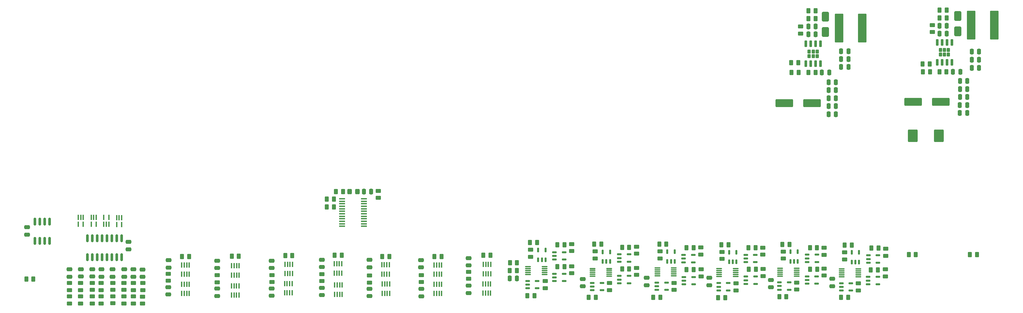
<source format=gbr>
%TF.GenerationSoftware,KiCad,Pcbnew,9.0.7*%
%TF.CreationDate,2026-02-11T10:07:39-06:00*%
%TF.ProjectId,GrizzlySimHW,4772697a-7a6c-4795-9369-6d48572e6b69,rev?*%
%TF.SameCoordinates,Original*%
%TF.FileFunction,Paste,Bot*%
%TF.FilePolarity,Positive*%
%FSLAX46Y46*%
G04 Gerber Fmt 4.6, Leading zero omitted, Abs format (unit mm)*
G04 Created by KiCad (PCBNEW 9.0.7) date 2026-02-11 10:07:39*
%MOMM*%
%LPD*%
G01*
G04 APERTURE LIST*
G04 Aperture macros list*
%AMRoundRect*
0 Rectangle with rounded corners*
0 $1 Rounding radius*
0 $2 $3 $4 $5 $6 $7 $8 $9 X,Y pos of 4 corners*
0 Add a 4 corners polygon primitive as box body*
4,1,4,$2,$3,$4,$5,$6,$7,$8,$9,$2,$3,0*
0 Add four circle primitives for the rounded corners*
1,1,$1+$1,$2,$3*
1,1,$1+$1,$4,$5*
1,1,$1+$1,$6,$7*
1,1,$1+$1,$8,$9*
0 Add four rect primitives between the rounded corners*
20,1,$1+$1,$2,$3,$4,$5,0*
20,1,$1+$1,$4,$5,$6,$7,0*
20,1,$1+$1,$6,$7,$8,$9,0*
20,1,$1+$1,$8,$9,$2,$3,0*%
G04 Aperture macros list end*
%ADD10RoundRect,0.250000X-0.475000X0.250000X-0.475000X-0.250000X0.475000X-0.250000X0.475000X0.250000X0*%
%ADD11RoundRect,0.250000X0.262500X0.450000X-0.262500X0.450000X-0.262500X-0.450000X0.262500X-0.450000X0*%
%ADD12RoundRect,0.250000X-0.450000X0.262500X-0.450000X-0.262500X0.450000X-0.262500X0.450000X0.262500X0*%
%ADD13RoundRect,0.250000X-0.250000X-0.475000X0.250000X-0.475000X0.250000X0.475000X-0.250000X0.475000X0*%
%ADD14RoundRect,0.147500X0.147500X-0.457500X0.147500X0.457500X-0.147500X0.457500X-0.147500X-0.457500X0*%
%ADD15RoundRect,0.147500X-0.457500X-0.147500X0.457500X-0.147500X0.457500X0.147500X-0.457500X0.147500X0*%
%ADD16RoundRect,0.035000X-0.700000X-0.105000X0.700000X-0.105000X0.700000X0.105000X-0.700000X0.105000X0*%
%ADD17RoundRect,0.250000X0.250000X0.475000X-0.250000X0.475000X-0.250000X-0.475000X0.250000X-0.475000X0*%
%ADD18RoundRect,0.249999X-0.850001X-3.500001X0.850001X-3.500001X0.850001X3.500001X-0.850001X3.500001X0*%
%ADD19RoundRect,0.250000X-0.262500X-0.450000X0.262500X-0.450000X0.262500X0.450000X-0.262500X0.450000X0*%
%ADD20RoundRect,0.250000X0.450000X-0.262500X0.450000X0.262500X-0.450000X0.262500X-0.450000X-0.262500X0*%
%ADD21RoundRect,0.250000X0.325000X0.450000X-0.325000X0.450000X-0.325000X-0.450000X0.325000X-0.450000X0*%
%ADD22R,0.381000X1.320800*%
%ADD23RoundRect,0.100000X-0.100000X0.562500X-0.100000X-0.562500X0.100000X-0.562500X0.100000X0.562500X0*%
%ADD24RoundRect,0.051250X0.733750X0.153750X-0.733750X0.153750X-0.733750X-0.153750X0.733750X-0.153750X0*%
%ADD25RoundRect,0.222500X0.222500X-0.297500X0.222500X0.297500X-0.222500X0.297500X-0.222500X-0.297500X0*%
%ADD26RoundRect,0.150000X0.150000X-0.737500X0.150000X0.737500X-0.150000X0.737500X-0.150000X-0.737500X0*%
%ADD27RoundRect,0.250000X0.650000X-1.000000X0.650000X1.000000X-0.650000X1.000000X-0.650000X-1.000000X0*%
%ADD28RoundRect,0.250001X1.999999X0.799999X-1.999999X0.799999X-1.999999X-0.799999X1.999999X-0.799999X0*%
%ADD29RoundRect,0.250000X1.000000X-1.400000X1.000000X1.400000X-1.000000X1.400000X-1.000000X-1.400000X0*%
%ADD30RoundRect,0.150000X-0.150000X0.825000X-0.150000X-0.825000X0.150000X-0.825000X0.150000X0.825000X0*%
%ADD31RoundRect,0.150000X0.150000X-0.825000X0.150000X0.825000X-0.150000X0.825000X-0.150000X-0.825000X0*%
%ADD32RoundRect,0.250000X0.475000X-0.250000X0.475000X0.250000X-0.475000X0.250000X-0.475000X-0.250000X0*%
%ADD33RoundRect,0.100000X0.100000X-0.562500X0.100000X0.562500X-0.100000X0.562500X-0.100000X-0.562500X0*%
G04 APERTURE END LIST*
D10*
%TO.C,C58*%
X-306006600Y-96106199D03*
X-306006600Y-98006199D03*
%TD*%
D11*
%TO.C,R105*%
X-219178500Y-92909400D03*
X-221003500Y-92909400D03*
%TD*%
D12*
%TO.C,R162*%
X-358947601Y-100037200D03*
X-358947601Y-101862200D03*
%TD*%
%TO.C,R43*%
X-386050000Y-102047500D03*
X-386050000Y-103872500D03*
%TD*%
D13*
%TO.C,C45*%
X-200220000Y-49980000D03*
X-198320000Y-49980000D03*
%TD*%
D14*
%TO.C,U31*%
X-240172400Y-96470700D03*
X-241122400Y-96470700D03*
X-242072400Y-96470700D03*
X-242072400Y-93960700D03*
X-240172400Y-93960700D03*
%TD*%
D11*
%TO.C,R106*%
X-235282300Y-92964000D03*
X-237107300Y-92964000D03*
%TD*%
D12*
%TO.C,R3*%
X-378300000Y-105587500D03*
X-378300000Y-107412500D03*
%TD*%
D14*
%TO.C,U47*%
X-192293200Y-96657400D03*
X-193243200Y-96657400D03*
X-194193200Y-96657400D03*
X-194193200Y-94147400D03*
X-192293200Y-94147400D03*
%TD*%
%TO.C,U16*%
X-256946600Y-96494800D03*
X-257896600Y-96494800D03*
X-258846600Y-96494800D03*
X-258846600Y-93984800D03*
X-256946600Y-93984800D03*
%TD*%
D10*
%TO.C,C30*%
X-371576600Y-96154200D03*
X-371576600Y-98054200D03*
%TD*%
D11*
%TO.C,R122*%
X-208000000Y-47450000D03*
X-209825000Y-47450000D03*
%TD*%
D15*
%TO.C,U24*%
X-271373000Y-101573800D03*
X-271373000Y-100623800D03*
X-271373000Y-99673800D03*
X-268863000Y-99673800D03*
X-268863000Y-101573800D03*
%TD*%
D12*
%TO.C,R174*%
X-319444000Y-100118299D03*
X-319444000Y-101943299D03*
%TD*%
D10*
%TO.C,C69*%
X-378290000Y-98560000D03*
X-378290000Y-100460000D03*
%TD*%
D11*
%TO.C,R129*%
X-227027100Y-105863400D03*
X-228852100Y-105863400D03*
%TD*%
D15*
%TO.C,U45*%
X-189891900Y-96809600D03*
X-189891900Y-95859600D03*
X-189891900Y-94909600D03*
X-187381900Y-94909600D03*
X-187381900Y-96809600D03*
%TD*%
D16*
%TO.C,U20*%
X-278237000Y-99871200D03*
X-278237000Y-99371200D03*
X-278237000Y-98871200D03*
X-278237000Y-98371200D03*
X-278237000Y-97871200D03*
X-273937000Y-97871200D03*
X-273937000Y-98371200D03*
X-273937000Y-98871200D03*
X-273937000Y-99371200D03*
X-273937000Y-99871200D03*
%TD*%
D17*
%TO.C,C21*%
X-161140000Y-44190000D03*
X-163040000Y-44190000D03*
%TD*%
D18*
%TO.C,L1*%
X-163150000Y-35150000D03*
X-157150000Y-35150000D03*
%TD*%
D16*
%TO.C,U50*%
X-196790200Y-100441000D03*
X-196790200Y-99941000D03*
X-196790200Y-99441000D03*
X-196790200Y-98941000D03*
X-196790200Y-98441000D03*
X-192490200Y-98441000D03*
X-192490200Y-98941000D03*
X-192490200Y-99441000D03*
X-192490200Y-99941000D03*
X-192490200Y-100441000D03*
%TD*%
D12*
%TO.C,R155*%
X-211988400Y-93905700D03*
X-211988400Y-95730700D03*
%TD*%
D13*
%TO.C,C41*%
X-200210000Y-58260000D03*
X-198310000Y-58260000D03*
%TD*%
D11*
%TO.C,R156*%
X-328629100Y-80324600D03*
X-330454100Y-80324600D03*
%TD*%
D10*
%TO.C,C39*%
X-358947601Y-96316700D03*
X-358947601Y-98216700D03*
%TD*%
D12*
%TO.C,R152*%
X-196011800Y-94108900D03*
X-196011800Y-95933900D03*
%TD*%
D19*
%TO.C,R116*%
X-179400000Y-94702500D03*
X-177575000Y-94702500D03*
%TD*%
%TO.C,R127*%
X-205432500Y-33480000D03*
X-203607500Y-33480000D03*
%TD*%
D10*
%TO.C,C53*%
X-331763000Y-103334799D03*
X-331763000Y-105234799D03*
%TD*%
%TO.C,C50*%
X-344769801Y-103504599D03*
X-344769801Y-105404599D03*
%TD*%
D15*
%TO.C,U57*%
X-205801200Y-102245200D03*
X-205801200Y-101295200D03*
X-205801200Y-100345200D03*
X-203291200Y-100345200D03*
X-203291200Y-102245200D03*
%TD*%
D11*
%TO.C,R183*%
X-187405000Y-98653600D03*
X-189230000Y-98653600D03*
%TD*%
D19*
%TO.C,R139*%
X-328112500Y-78324600D03*
X-326287500Y-78324600D03*
%TD*%
D17*
%TO.C,C38*%
X-195050000Y-41950000D03*
X-196950000Y-41950000D03*
%TD*%
D13*
%TO.C,C44*%
X-200230000Y-52050000D03*
X-198330000Y-52050000D03*
%TD*%
D11*
%TO.C,R69*%
X-406655900Y-101092000D03*
X-408480900Y-101092000D03*
%TD*%
D19*
%TO.C,R93*%
X-163530000Y-94672500D03*
X-161705000Y-94672500D03*
%TD*%
D15*
%TO.C,U39*%
X-221701600Y-102317600D03*
X-221701600Y-101367600D03*
X-221701600Y-100417600D03*
X-219191600Y-100417600D03*
X-219191600Y-102317600D03*
%TD*%
D11*
%TO.C,R84*%
X-276596900Y-105399000D03*
X-278421900Y-105399000D03*
%TD*%
D20*
%TO.C,R124*%
X-224256600Y-103983800D03*
X-224256600Y-102158800D03*
%TD*%
%TO.C,R175*%
X-192481200Y-103985700D03*
X-192481200Y-102160700D03*
%TD*%
D11*
%TO.C,R85*%
X-251980300Y-98389400D03*
X-253805300Y-98389400D03*
%TD*%
D10*
%TO.C,C54*%
X-199250000Y-101000000D03*
X-199250000Y-102900000D03*
%TD*%
D20*
%TO.C,R78*%
X-257109200Y-103899300D03*
X-257109200Y-102074300D03*
%TD*%
%TO.C,R30*%
X-394390000Y-103922500D03*
X-394390000Y-102097500D03*
%TD*%
D13*
%TO.C,C17*%
X-283017000Y-100914200D03*
X-281117000Y-100914200D03*
%TD*%
D21*
%TO.C,D46*%
X-322516600Y-78324600D03*
X-324566600Y-78324600D03*
%TD*%
D19*
%TO.C,R103*%
X-228039300Y-92122000D03*
X-226214300Y-92122000D03*
%TD*%
D22*
%TO.C,U34*%
X-353273602Y-105191500D03*
X-353923600Y-105191500D03*
X-354573602Y-105191500D03*
X-355223600Y-105191500D03*
X-355223600Y-102803900D03*
X-354573602Y-102803900D03*
X-353923600Y-102803900D03*
X-353273602Y-102803900D03*
%TD*%
D19*
%TO.C,R114*%
X-205412500Y-47450000D03*
X-203587500Y-47450000D03*
%TD*%
D12*
%TO.C,R128*%
X-233273800Y-98553900D03*
X-233273800Y-100378900D03*
%TD*%
%TO.C,R101*%
X-217271600Y-92885900D03*
X-217271600Y-94710900D03*
%TD*%
D23*
%TO.C,U10*%
X-395021400Y-85093100D03*
X-394371400Y-85093100D03*
X-393721400Y-85093100D03*
X-393721400Y-86868100D03*
X-395021400Y-86868100D03*
%TD*%
D19*
%TO.C,R95*%
X-175782500Y-45230000D03*
X-173957500Y-45230000D03*
%TD*%
D12*
%TO.C,R6*%
X-389050800Y-102069100D03*
X-389050800Y-103894100D03*
%TD*%
D24*
%TO.C,U49*%
X-320801600Y-80224600D03*
X-320801600Y-80874600D03*
X-320801600Y-81524600D03*
X-320801600Y-82174600D03*
X-320801600Y-82824600D03*
X-320801600Y-83474600D03*
X-320801600Y-84124600D03*
X-320801600Y-84774600D03*
X-320801600Y-85424600D03*
X-320801600Y-86074600D03*
X-320801600Y-86724600D03*
X-320801600Y-87374600D03*
X-326541600Y-87374600D03*
X-326541600Y-86724600D03*
X-326541600Y-86074600D03*
X-326541600Y-85424600D03*
X-326541600Y-84774600D03*
X-326541600Y-84124600D03*
X-326541600Y-83474600D03*
X-326541600Y-82824600D03*
X-326541600Y-82174600D03*
X-326541600Y-81524600D03*
X-326541600Y-80874600D03*
X-326541600Y-80224600D03*
%TD*%
D12*
%TO.C,R73*%
X-277534800Y-93462900D03*
X-277534800Y-95287900D03*
%TD*%
D11*
%TO.C,R68*%
X-268799100Y-92165600D03*
X-270624100Y-92165600D03*
%TD*%
D18*
%TO.C,L2*%
X-197500000Y-35950000D03*
X-191500000Y-35950000D03*
%TD*%
D12*
%TO.C,R108*%
X-243992600Y-93880300D03*
X-243992600Y-95705300D03*
%TD*%
D15*
%TO.C,U46*%
X-205775800Y-96631800D03*
X-205775800Y-95681800D03*
X-205775800Y-94731800D03*
X-203265800Y-94731800D03*
X-203265800Y-96631800D03*
%TD*%
D11*
%TO.C,R76*%
X-281129100Y-98856800D03*
X-282954100Y-98856800D03*
%TD*%
D15*
%TO.C,U55*%
X-212938600Y-103820000D03*
X-212938600Y-102870000D03*
X-212938600Y-101920000D03*
X-210428600Y-101920000D03*
X-210428600Y-103820000D03*
%TD*%
D17*
%TO.C,C48*%
X-203570000Y-37570000D03*
X-205470000Y-37570000D03*
%TD*%
D15*
%TO.C,U29*%
X-237866600Y-96708000D03*
X-237866600Y-95758000D03*
X-237866600Y-94808000D03*
X-235356600Y-94808000D03*
X-235356600Y-96708000D03*
%TD*%
D12*
%TO.C,R60*%
X-266917600Y-91964300D03*
X-266917600Y-93789300D03*
%TD*%
D22*
%TO.C,U44*%
X-326481801Y-105003600D03*
X-327131799Y-105003600D03*
X-327781801Y-105003600D03*
X-328431799Y-105003600D03*
X-328431799Y-102616000D03*
X-327781801Y-102616000D03*
X-327131799Y-102616000D03*
X-326481801Y-102616000D03*
%TD*%
%TO.C,U53*%
X-314162801Y-104749600D03*
X-314812799Y-104749600D03*
X-315462801Y-104749600D03*
X-316112799Y-104749600D03*
X-316112799Y-102362000D03*
X-315462801Y-102362000D03*
X-314812799Y-102362000D03*
X-314162801Y-102362000D03*
%TD*%
D20*
%TO.C,R125*%
X-240309600Y-103858700D03*
X-240309600Y-102033700D03*
%TD*%
D22*
%TO.C,U43*%
X-328544199Y-97116000D03*
X-327894201Y-97116000D03*
X-327244199Y-97116000D03*
X-326594201Y-97116000D03*
X-326594201Y-99503600D03*
X-327244199Y-99503600D03*
X-327894201Y-99503600D03*
X-328544199Y-99503600D03*
%TD*%
D11*
%TO.C,R185*%
X-203176500Y-98475800D03*
X-205001500Y-98475800D03*
%TD*%
D17*
%TO.C,C37*%
X-195050000Y-43950000D03*
X-196950000Y-43950000D03*
%TD*%
D12*
%TO.C,R100*%
X-173290000Y-35167500D03*
X-173290000Y-36992500D03*
%TD*%
D16*
%TO.C,U35*%
X-228616400Y-100361000D03*
X-228616400Y-99861000D03*
X-228616400Y-99361000D03*
X-228616400Y-98861000D03*
X-228616400Y-98361000D03*
X-224316400Y-98361000D03*
X-224316400Y-98861000D03*
X-224316400Y-99361000D03*
X-224316400Y-99861000D03*
X-224316400Y-100361000D03*
%TD*%
D25*
%TO.C,U32*%
X-205230000Y-43200000D03*
X-204200000Y-43200000D03*
X-203170000Y-43200000D03*
X-205230000Y-42000000D03*
X-204200000Y-42000000D03*
X-203170000Y-42000000D03*
D26*
X-202295000Y-45162500D03*
X-203565000Y-45162500D03*
X-204835000Y-45162500D03*
X-206105000Y-45162500D03*
X-206105000Y-40037500D03*
X-204835000Y-40037500D03*
X-203565000Y-40037500D03*
X-202295000Y-40037500D03*
%TD*%
D23*
%TO.C,U7*%
X-391641500Y-85077900D03*
X-390991500Y-85077900D03*
X-390341500Y-85077900D03*
X-390341500Y-86852900D03*
X-391641500Y-86852900D03*
%TD*%
D19*
%TO.C,R148*%
X-196035300Y-92227400D03*
X-194210300Y-92227400D03*
%TD*%
D11*
%TO.C,R153*%
X-328629100Y-82324600D03*
X-330454100Y-82324600D03*
%TD*%
D19*
%TO.C,R91*%
X-171422500Y-47290000D03*
X-169597500Y-47290000D03*
%TD*%
D11*
%TO.C,R94*%
X-173897500Y-47300000D03*
X-175722500Y-47300000D03*
%TD*%
D12*
%TO.C,R133*%
X-207500000Y-35537500D03*
X-207500000Y-37362500D03*
%TD*%
D22*
%TO.C,U59*%
X-300675401Y-104775000D03*
X-301325399Y-104775000D03*
X-301975401Y-104775000D03*
X-302625399Y-104775000D03*
X-302625399Y-102387400D03*
X-301975401Y-102387400D03*
X-301325399Y-102387400D03*
X-300675401Y-102387400D03*
%TD*%
D10*
%TO.C,C57*%
X-319444000Y-103580799D03*
X-319444000Y-105480799D03*
%TD*%
D17*
%TO.C,C51*%
X-318950000Y-78324600D03*
X-320850000Y-78324600D03*
%TD*%
D10*
%TO.C,C31*%
X-371601100Y-103139200D03*
X-371601100Y-105039200D03*
%TD*%
%TO.C,C60*%
X-293674800Y-102758200D03*
X-293674800Y-104658200D03*
%TD*%
D22*
%TO.C,U42*%
X-339502202Y-104648000D03*
X-340152200Y-104648000D03*
X-340802202Y-104648000D03*
X-341452200Y-104648000D03*
X-341452200Y-102260400D03*
X-340802202Y-102260400D03*
X-340152200Y-102260400D03*
X-339502202Y-102260400D03*
%TD*%
D10*
%TO.C,C66*%
X-391340000Y-98490000D03*
X-391340000Y-100390000D03*
%TD*%
D12*
%TO.C,R4*%
X-389050800Y-105572400D03*
X-389050800Y-107397400D03*
%TD*%
D15*
%TO.C,U40*%
X-237780000Y-102448400D03*
X-237780000Y-101498400D03*
X-237780000Y-100548400D03*
X-235270000Y-100548400D03*
X-235270000Y-102448400D03*
%TD*%
D12*
%TO.C,R70*%
X-260817600Y-93895500D03*
X-260817600Y-95720500D03*
%TD*%
D11*
%TO.C,R132*%
X-235256900Y-98577400D03*
X-237081900Y-98577400D03*
%TD*%
D20*
%TO.C,R29*%
X-383130000Y-103882500D03*
X-383130000Y-102057500D03*
%TD*%
D12*
%TO.C,R58*%
X-250098800Y-92650900D03*
X-250098800Y-94475900D03*
%TD*%
D27*
%TO.C,D34*%
X-201000000Y-36950000D03*
X-201000000Y-32950000D03*
%TD*%
D17*
%TO.C,C29*%
X-169510000Y-35340000D03*
X-171410000Y-35340000D03*
%TD*%
D16*
%TO.C,U36*%
X-244669400Y-100212400D03*
X-244669400Y-99712400D03*
X-244669400Y-99212400D03*
X-244669400Y-98712400D03*
X-244669400Y-98212400D03*
X-240369400Y-98212400D03*
X-240369400Y-98712400D03*
X-240369400Y-99212400D03*
X-240369400Y-99712400D03*
X-240369400Y-100212400D03*
%TD*%
D17*
%TO.C,C32*%
X-169510000Y-37400000D03*
X-171410000Y-37400000D03*
%TD*%
D12*
%TO.C,R179*%
X-201345800Y-98325300D03*
X-201345800Y-100150300D03*
%TD*%
D13*
%TO.C,C42*%
X-200220000Y-56180000D03*
X-198320000Y-56180000D03*
%TD*%
D27*
%TO.C,D22*%
X-166640000Y-36830000D03*
X-166640000Y-32830000D03*
%TD*%
D12*
%TO.C,R28*%
X-394390000Y-105547500D03*
X-394390000Y-107372500D03*
%TD*%
D10*
%TO.C,C52*%
X-331749400Y-96052600D03*
X-331749400Y-97952600D03*
%TD*%
%TO.C,C64*%
X-394350000Y-98500000D03*
X-394350000Y-100400000D03*
%TD*%
D11*
%TO.C,R87*%
X-268799100Y-97829800D03*
X-270624100Y-97829800D03*
%TD*%
D19*
%TO.C,R92*%
X-171372500Y-31290000D03*
X-169547500Y-31290000D03*
%TD*%
D12*
%TO.C,R107*%
X-227888800Y-94003500D03*
X-227888800Y-95828500D03*
%TD*%
D22*
%TO.C,U33*%
X-355177999Y-97622300D03*
X-354528001Y-97622300D03*
X-353877999Y-97622300D03*
X-353228001Y-97622300D03*
X-353228001Y-100009900D03*
X-353877999Y-100009900D03*
X-354528001Y-100009900D03*
X-355177999Y-100009900D03*
%TD*%
D28*
%TO.C,C46*%
X-204500000Y-55450000D03*
X-211700000Y-55450000D03*
%TD*%
D14*
%TO.C,U30*%
X-224119400Y-96602800D03*
X-225069400Y-96602800D03*
X-226019400Y-96602800D03*
X-226019400Y-94092800D03*
X-224119400Y-94092800D03*
%TD*%
D19*
%TO.C,R62*%
X-261069700Y-92014000D03*
X-259244700Y-92014000D03*
%TD*%
D17*
%TO.C,C20*%
X-161150000Y-46250000D03*
X-163050000Y-46250000D03*
%TD*%
D15*
%TO.C,U21*%
X-261564600Y-103962200D03*
X-261564600Y-103012200D03*
X-261564600Y-102062200D03*
X-259054600Y-102062200D03*
X-259054600Y-103962200D03*
%TD*%
D11*
%TO.C,R184*%
X-300712500Y-95199200D03*
X-302537500Y-95199200D03*
%TD*%
%TO.C,R131*%
X-219102300Y-98522800D03*
X-220927300Y-98522800D03*
%TD*%
D17*
%TO.C,C22*%
X-161150000Y-42080000D03*
X-163050000Y-42080000D03*
%TD*%
D22*
%TO.C,U58*%
X-302625399Y-97387400D03*
X-301975401Y-97387400D03*
X-301325399Y-97387400D03*
X-300675401Y-97387400D03*
X-300675401Y-99775000D03*
X-301325399Y-99775000D03*
X-301975401Y-99775000D03*
X-302625399Y-99775000D03*
%TD*%
D13*
%TO.C,C26*%
X-166110000Y-51770000D03*
X-164210000Y-51770000D03*
%TD*%
D22*
%TO.C,U52*%
X-316225199Y-97362000D03*
X-315575201Y-97362000D03*
X-314925199Y-97362000D03*
X-314275201Y-97362000D03*
X-314275201Y-99749600D03*
X-314925199Y-99749600D03*
X-315575201Y-99749600D03*
X-316225199Y-99749600D03*
%TD*%
D29*
%TO.C,D21*%
X-171550000Y-63900000D03*
X-178350000Y-63900000D03*
%TD*%
D13*
%TO.C,C24*%
X-166130000Y-55900000D03*
X-164230000Y-55900000D03*
%TD*%
D10*
%TO.C,C65*%
X-383110000Y-98520000D03*
X-383110000Y-100420000D03*
%TD*%
%TO.C,C59*%
X-305956600Y-103606199D03*
X-305956600Y-105506199D03*
%TD*%
D15*
%TO.C,U15*%
X-271398400Y-95985800D03*
X-271398400Y-95035800D03*
X-271398400Y-94085800D03*
X-268888400Y-94085800D03*
X-268888400Y-95985800D03*
%TD*%
D12*
%TO.C,R165*%
X-344758501Y-100016699D03*
X-344758501Y-101841699D03*
%TD*%
D30*
%TO.C,U13*%
X-406298400Y-86171000D03*
X-405028400Y-86171000D03*
X-403758400Y-86171000D03*
X-402488400Y-86171000D03*
X-402488400Y-91121000D03*
X-403758400Y-91121000D03*
X-405028400Y-91121000D03*
X-406298400Y-91121000D03*
%TD*%
D15*
%TO.C,U56*%
X-189951600Y-102397600D03*
X-189951600Y-101447600D03*
X-189951600Y-100497600D03*
X-187441600Y-100497600D03*
X-187441600Y-102397600D03*
%TD*%
D10*
%TO.C,C68*%
X-389040000Y-98520000D03*
X-389040000Y-100420000D03*
%TD*%
D11*
%TO.C,R176*%
X-314250700Y-95224600D03*
X-316075700Y-95224600D03*
%TD*%
D16*
%TO.C,U51*%
X-212817600Y-100300000D03*
X-212817600Y-99800000D03*
X-212817600Y-99300000D03*
X-212817600Y-98800000D03*
X-212817600Y-98300000D03*
X-208517600Y-98300000D03*
X-208517600Y-98800000D03*
X-208517600Y-99300000D03*
X-208517600Y-99800000D03*
X-208517600Y-100300000D03*
%TD*%
D12*
%TO.C,R81*%
X-266917600Y-97730100D03*
X-266917600Y-99555100D03*
%TD*%
D11*
%TO.C,R83*%
X-260669000Y-105780800D03*
X-262494000Y-105780800D03*
%TD*%
D12*
%TO.C,R154*%
X-371602000Y-99671500D03*
X-371602000Y-101496500D03*
%TD*%
D10*
%TO.C,C40*%
X-358942401Y-103522699D03*
X-358942401Y-105422699D03*
%TD*%
D13*
%TO.C,C25*%
X-166110000Y-53830000D03*
X-164210000Y-53830000D03*
%TD*%
D11*
%TO.C,R157*%
X-366244500Y-95199200D03*
X-368069500Y-95199200D03*
%TD*%
D19*
%TO.C,R123*%
X-209912500Y-44950000D03*
X-208087500Y-44950000D03*
%TD*%
D22*
%TO.C,U41*%
X-341339800Y-97260400D03*
X-340689802Y-97260400D03*
X-340039800Y-97260400D03*
X-339389802Y-97260400D03*
X-339389802Y-99648000D03*
X-340039800Y-99648000D03*
X-340689802Y-99648000D03*
X-341339800Y-99648000D03*
%TD*%
D19*
%TO.C,R115*%
X-205432500Y-31450000D03*
X-203607500Y-31450000D03*
%TD*%
D12*
%TO.C,R146*%
X-185385700Y-93194500D03*
X-185385700Y-95019500D03*
%TD*%
D20*
%TO.C,R177*%
X-208508600Y-103782500D03*
X-208508600Y-101957500D03*
%TD*%
%TO.C,R19*%
X-380720000Y-103932500D03*
X-380720000Y-102107500D03*
%TD*%
D19*
%TO.C,R149*%
X-212189700Y-92049600D03*
X-210364700Y-92049600D03*
%TD*%
D12*
%TO.C,R38*%
X-397330000Y-105577500D03*
X-397330000Y-107402500D03*
%TD*%
D22*
%TO.C,U26*%
X-368137198Y-97434400D03*
X-367487200Y-97434400D03*
X-366837198Y-97434400D03*
X-366187200Y-97434400D03*
X-366187200Y-99822000D03*
X-366837198Y-99822000D03*
X-367487200Y-99822000D03*
X-368137198Y-99822000D03*
%TD*%
D11*
%TO.C,R181*%
X-195150100Y-105816400D03*
X-196975100Y-105816400D03*
%TD*%
D10*
%TO.C,C62*%
X-386080000Y-98520000D03*
X-386080000Y-100420000D03*
%TD*%
D15*
%TO.C,U28*%
X-221718100Y-96653400D03*
X-221718100Y-95703400D03*
X-221718100Y-94753400D03*
X-219208100Y-94753400D03*
X-219208100Y-96653400D03*
%TD*%
D13*
%TO.C,C23*%
X-166130000Y-57980000D03*
X-164230000Y-57980000D03*
%TD*%
%TO.C,C35*%
X-201950000Y-47450000D03*
X-200050000Y-47450000D03*
%TD*%
D12*
%TO.C,R126*%
X-217246200Y-98448500D03*
X-217246200Y-100273500D03*
%TD*%
%TO.C,R27*%
X-383120000Y-105537500D03*
X-383120000Y-107362500D03*
%TD*%
D22*
%TO.C,U60*%
X-289854398Y-97282000D03*
X-289204400Y-97282000D03*
X-288554398Y-97282000D03*
X-287904400Y-97282000D03*
X-287904400Y-99669600D03*
X-288554398Y-99669600D03*
X-289204400Y-99669600D03*
X-289854398Y-99669600D03*
%TD*%
D19*
%TO.C,R104*%
X-244168500Y-92024200D03*
X-242343500Y-92024200D03*
%TD*%
D12*
%TO.C,R145*%
X-317150000Y-78187500D03*
X-317150000Y-80012500D03*
%TD*%
D17*
%TO.C,C36*%
X-195050000Y-46050000D03*
X-196950000Y-46050000D03*
%TD*%
D10*
%TO.C,C61*%
X-293663000Y-95630801D03*
X-293663000Y-97530801D03*
%TD*%
%TO.C,C49*%
X-344769801Y-96290999D03*
X-344769801Y-98190999D03*
%TD*%
D15*
%TO.C,U23*%
X-254528800Y-102133400D03*
X-254528800Y-101183400D03*
X-254528800Y-100233400D03*
X-252018800Y-100233400D03*
X-252018800Y-102133400D03*
%TD*%
%TO.C,U22*%
X-278374500Y-103453400D03*
X-278374500Y-102503400D03*
X-278374500Y-101553400D03*
X-275864500Y-101553400D03*
X-275864500Y-103453400D03*
%TD*%
D10*
%TO.C,C67*%
X-380720000Y-98530000D03*
X-380720000Y-100430000D03*
%TD*%
D11*
%TO.C,R182*%
X-211177500Y-105664000D03*
X-213002500Y-105664000D03*
%TD*%
%TO.C,R164*%
X-353336101Y-95158500D03*
X-355161101Y-95158500D03*
%TD*%
D12*
%TO.C,R186*%
X-293674800Y-99163500D03*
X-293674800Y-100988500D03*
%TD*%
D31*
%TO.C,U6*%
X-383790000Y-95400000D03*
X-385060000Y-95400000D03*
X-386330000Y-95400000D03*
X-387600000Y-95400000D03*
X-388870000Y-95400000D03*
X-390140000Y-95400000D03*
X-391410000Y-95400000D03*
X-392680000Y-95400000D03*
X-392680000Y-90450000D03*
X-391410000Y-90450000D03*
X-390140000Y-90450000D03*
X-388870000Y-90450000D03*
X-387600000Y-90450000D03*
X-386330000Y-90450000D03*
X-385060000Y-90450000D03*
X-383790000Y-90450000D03*
%TD*%
D12*
%TO.C,R178*%
X-185420000Y-98528500D03*
X-185420000Y-100353500D03*
%TD*%
D10*
%TO.C,C55*%
X-215200000Y-101300000D03*
X-215200000Y-103200000D03*
%TD*%
D15*
%TO.C,U14*%
X-254554200Y-96545400D03*
X-254554200Y-95595400D03*
X-254554200Y-94645400D03*
X-252044200Y-94645400D03*
X-252044200Y-96545400D03*
%TD*%
D11*
%TO.C,R130*%
X-243892900Y-105765600D03*
X-245717900Y-105765600D03*
%TD*%
D20*
%TO.C,R17*%
X-380720000Y-107382500D03*
X-380720000Y-105557500D03*
%TD*%
D10*
%TO.C,C16*%
X-264050000Y-101050000D03*
X-264050000Y-102950000D03*
%TD*%
D22*
%TO.C,U61*%
X-287959800Y-104724200D03*
X-288609798Y-104724200D03*
X-289259800Y-104724200D03*
X-289909798Y-104724200D03*
X-289909798Y-102336600D03*
X-289259800Y-102336600D03*
X-288609798Y-102336600D03*
X-287959800Y-102336600D03*
%TD*%
%TO.C,U27*%
X-366206501Y-104800400D03*
X-366856499Y-104800400D03*
X-367506501Y-104800400D03*
X-368156499Y-104800400D03*
X-368156499Y-102412800D03*
X-367506501Y-102412800D03*
X-366856499Y-102412800D03*
X-366206501Y-102412800D03*
%TD*%
D17*
%TO.C,C47*%
X-203580000Y-35520000D03*
X-205480000Y-35520000D03*
%TD*%
D13*
%TO.C,C27*%
X-166100000Y-49690000D03*
X-164200000Y-49690000D03*
%TD*%
%TO.C,C43*%
X-200220000Y-54120000D03*
X-198320000Y-54120000D03*
%TD*%
D11*
%TO.C,R77*%
X-281103700Y-96850200D03*
X-282928700Y-96850200D03*
%TD*%
D28*
%TO.C,C28*%
X-171100000Y-55100000D03*
X-178300000Y-55100000D03*
%TD*%
D11*
%TO.C,R150*%
X-187267200Y-93040200D03*
X-189092200Y-93040200D03*
%TD*%
D23*
%TO.C,U2*%
X-385034600Y-85118500D03*
X-384384600Y-85118500D03*
X-383734600Y-85118500D03*
X-383734600Y-86893500D03*
X-385034600Y-86893500D03*
%TD*%
D12*
%TO.C,R80*%
X-250098800Y-98162700D03*
X-250098800Y-99987700D03*
%TD*%
D16*
%TO.C,U19*%
X-261469200Y-100303800D03*
X-261469200Y-99803800D03*
X-261469200Y-99303800D03*
X-261469200Y-98803800D03*
X-261469200Y-98303800D03*
X-257169200Y-98303800D03*
X-257169200Y-98803800D03*
X-257169200Y-99303800D03*
X-257169200Y-99803800D03*
X-257169200Y-100303800D03*
%TD*%
D14*
%TO.C,U17*%
X-273689200Y-96036800D03*
X-274639200Y-96036800D03*
X-275589200Y-96036800D03*
X-275589200Y-93526800D03*
X-273689200Y-93526800D03*
%TD*%
D12*
%TO.C,R5*%
X-378274600Y-102084200D03*
X-378274600Y-103909200D03*
%TD*%
D11*
%TO.C,R166*%
X-339463101Y-94954999D03*
X-341288101Y-94954999D03*
%TD*%
D10*
%TO.C,C34*%
X-247400000Y-100750000D03*
X-247400000Y-102650000D03*
%TD*%
D11*
%TO.C,R173*%
X-326620500Y-94869000D03*
X-328445500Y-94869000D03*
%TD*%
D12*
%TO.C,R180*%
X-305968400Y-100001700D03*
X-305968400Y-101826700D03*
%TD*%
%TO.C,R170*%
X-331763000Y-99773100D03*
X-331763000Y-101598100D03*
%TD*%
D11*
%TO.C,R187*%
X-287987100Y-94843600D03*
X-289812100Y-94843600D03*
%TD*%
%TO.C,R151*%
X-203201900Y-92887800D03*
X-205026900Y-92887800D03*
%TD*%
D10*
%TO.C,C56*%
X-319444000Y-96080799D03*
X-319444000Y-97980799D03*
%TD*%
%TO.C,C63*%
X-397331200Y-98547800D03*
X-397331200Y-100447800D03*
%TD*%
D12*
%TO.C,R20*%
X-391337800Y-102059100D03*
X-391337800Y-103884100D03*
%TD*%
%TO.C,R147*%
X-201345800Y-92965900D03*
X-201345800Y-94790900D03*
%TD*%
D11*
%TO.C,R65*%
X-251980300Y-92826800D03*
X-253805300Y-92826800D03*
%TD*%
D12*
%TO.C,R18*%
X-391340000Y-105557500D03*
X-391340000Y-107382500D03*
%TD*%
%TO.C,R44*%
X-397331200Y-102075300D03*
X-397331200Y-103900300D03*
%TD*%
D13*
%TO.C,C19*%
X-167910000Y-47310000D03*
X-166010000Y-47310000D03*
%TD*%
D12*
%TO.C,R102*%
X-233400800Y-92838900D03*
X-233400800Y-94663900D03*
%TD*%
D15*
%TO.C,U38*%
X-244815800Y-103870800D03*
X-244815800Y-102920800D03*
X-244815800Y-101970800D03*
X-242305800Y-101970800D03*
X-242305800Y-103870800D03*
%TD*%
D19*
%TO.C,R64*%
X-277736100Y-91581400D03*
X-275911100Y-91581400D03*
%TD*%
D32*
%TO.C,C11*%
X-408279600Y-89519800D03*
X-408279600Y-87619800D03*
%TD*%
D25*
%TO.C,U25*%
X-171140000Y-42840000D03*
X-170110000Y-42840000D03*
X-169080000Y-42840000D03*
X-171140000Y-41640000D03*
X-170110000Y-41640000D03*
X-169080000Y-41640000D03*
D26*
X-168205000Y-44802500D03*
X-169475000Y-44802500D03*
X-170745000Y-44802500D03*
X-172015000Y-44802500D03*
X-172015000Y-39677500D03*
X-170745000Y-39677500D03*
X-169475000Y-39677500D03*
X-168205000Y-39677500D03*
%TD*%
D12*
%TO.C,R37*%
X-386070000Y-105527500D03*
X-386070000Y-107352500D03*
%TD*%
D14*
%TO.C,U48*%
X-208219000Y-96479600D03*
X-209169000Y-96479600D03*
X-210119000Y-96479600D03*
X-210119000Y-93969600D03*
X-208219000Y-93969600D03*
%TD*%
D15*
%TO.C,U54*%
X-196911200Y-104023200D03*
X-196911200Y-103073200D03*
X-196911200Y-102123200D03*
X-194401200Y-102123200D03*
X-194401200Y-104023200D03*
%TD*%
D10*
%TO.C,C33*%
X-231150000Y-100750000D03*
X-231150000Y-102650000D03*
%TD*%
D15*
%TO.C,U37*%
X-228753900Y-103994000D03*
X-228753900Y-103044000D03*
X-228753900Y-102094000D03*
X-226243900Y-102094000D03*
X-226243900Y-103994000D03*
%TD*%
D19*
%TO.C,R96*%
X-171372500Y-33310000D03*
X-169547500Y-33310000D03*
%TD*%
D10*
%TO.C,C2*%
X-381939600Y-91430000D03*
X-381939600Y-93330000D03*
%TD*%
D20*
%TO.C,R79*%
X-273801000Y-103390500D03*
X-273801000Y-101565500D03*
%TD*%
D33*
%TO.C,U5*%
X-387089100Y-86852900D03*
X-387739100Y-86852900D03*
X-388389100Y-86852900D03*
X-388389100Y-85077900D03*
X-387089100Y-85077900D03*
%TD*%
M02*

</source>
